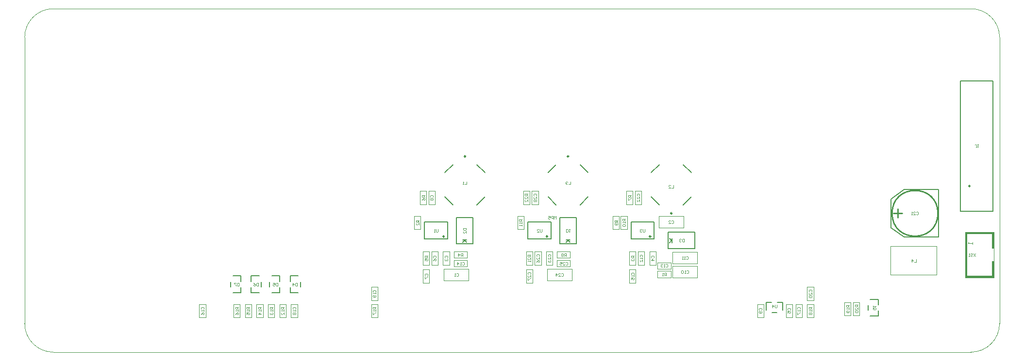
<source format=gbo>
G04*
G04 #@! TF.GenerationSoftware,Altium Limited,Altium Designer,23.4.1 (23)*
G04*
G04 Layer_Color=65280*
%FSLAX44Y44*%
%MOMM*%
G71*
G04*
G04 #@! TF.SameCoordinates,DBF187C1-C023-4FEC-B3DF-6A61137768AB*
G04*
G04*
G04 #@! TF.FilePolarity,Positive*
G04*
G01*
G75*
%ADD10C,0.2500*%
%ADD11C,0.1000*%
%ADD12C,0.0762*%
%ADD32C,0.2000*%
%ADD48C,0.2540*%
%ADD93C,0.1270*%
%ADD94C,0.1778*%
%ADD95C,0.2032*%
%ADD96C,0.0600*%
%ADD97C,0.1016*%
%ADD98C,0.1280*%
%ADD99C,0.1200*%
%ADD100R,0.3000X2.9750*%
%ADD101R,0.3000X2.9750*%
%ADD102R,5.0000X0.3000*%
%ADD103R,5.0000X0.3000*%
%ADD104R,0.3000X7.9500*%
D10*
X768750Y342000D02*
G03*
X768750Y342000I-1250J0D01*
G01*
X1128750Y242500D02*
G03*
X1128750Y242500I-1250J0D01*
G01*
X1648550Y290150D02*
G03*
X1648550Y290150I-1250J0D01*
G01*
X948750Y342000D02*
G03*
X948750Y342000I-1250J0D01*
G01*
D11*
X1510000Y135000D02*
X1590000D01*
X1510000D02*
Y185000D01*
X1590000D01*
Y135000D02*
Y185000D01*
X770890Y298114D02*
Y293116D01*
X767558D01*
X765892D02*
X764225D01*
X765059D01*
Y298114D01*
X765892Y297281D01*
X1131570Y291764D02*
Y286766D01*
X1128238D01*
X1123239D02*
X1126572D01*
X1123239Y290098D01*
Y290931D01*
X1124072Y291764D01*
X1125739D01*
X1126572Y290931D01*
X1311656Y82722D02*
Y78557D01*
X1310823Y77724D01*
X1309157D01*
X1308324Y78557D01*
Y82722D01*
X1304158Y77724D02*
Y82722D01*
X1306658Y80223D01*
X1303325D01*
X373126Y120772D02*
Y115774D01*
X370627D01*
X369794Y116607D01*
Y119939D01*
X370627Y120772D01*
X373126D01*
X368128D02*
X364795D01*
Y119939D01*
X368128Y116607D01*
Y115774D01*
X944198Y210042D02*
Y215040D01*
X946697D01*
X947530Y214207D01*
Y210875D01*
X946697Y210042D01*
X944198D01*
X949196Y215040D02*
X950863D01*
X950029D01*
Y210042D01*
X949196Y210875D01*
X1081562Y214957D02*
Y210792D01*
X1080729Y209959D01*
X1079063D01*
X1078230Y210792D01*
Y214957D01*
X1076564Y214124D02*
X1075731Y214957D01*
X1074065D01*
X1073232Y214124D01*
Y213291D01*
X1074065Y212458D01*
X1074898D01*
X1074065D01*
X1073232Y211625D01*
Y210792D01*
X1074065Y209959D01*
X1075731D01*
X1076564Y210792D01*
X1554450Y244195D02*
X1555283Y245028D01*
X1556949D01*
X1557782Y244195D01*
Y240863D01*
X1556949Y240030D01*
X1555283D01*
X1554450Y240863D01*
X1549451Y240030D02*
X1552784D01*
X1549451Y243362D01*
Y244195D01*
X1550284Y245028D01*
X1551951D01*
X1552784Y244195D01*
X1547785Y240030D02*
X1546119D01*
X1546952D01*
Y245028D01*
X1547785Y244195D01*
X1554226Y162478D02*
Y157480D01*
X1550894D01*
X1546729D02*
Y162478D01*
X1549228Y159979D01*
X1545895D01*
X1660030Y357542D02*
X1658364D01*
X1659197D01*
Y361707D01*
X1658364Y362540D01*
X1657531D01*
X1656698Y361707D01*
X1661696Y362540D02*
X1663362D01*
X1662529D01*
Y357542D01*
X1661696Y358375D01*
X926592Y232918D02*
Y237916D01*
X924926Y236250D01*
X923260Y237916D01*
Y232918D01*
X921594D02*
Y237916D01*
X919094D01*
X918261Y237083D01*
Y235417D01*
X919094Y234584D01*
X921594D01*
X913263Y237916D02*
X916595D01*
Y235417D01*
X914929Y236250D01*
X914096D01*
X913263Y235417D01*
Y233751D01*
X914096Y232918D01*
X915762D01*
X916595Y233751D01*
X1657858Y172384D02*
X1654526Y167386D01*
Y172384D02*
X1657858Y167386D01*
X1649527Y171551D02*
X1650361Y172384D01*
X1652027D01*
X1652860Y171551D01*
Y170718D01*
X1652027Y169885D01*
X1650361D01*
X1649527Y169052D01*
Y168219D01*
X1650361Y167386D01*
X1652027D01*
X1652860Y168219D01*
X1647861Y167386D02*
X1646195D01*
X1647028D01*
Y172384D01*
X1647861Y171551D01*
X935960Y136753D02*
X936793Y137586D01*
X938459D01*
X939292Y136753D01*
Y133421D01*
X938459Y132588D01*
X936793D01*
X935960Y133421D01*
X930961Y132588D02*
X934294D01*
X930961Y135920D01*
Y136753D01*
X931795Y137586D01*
X933461D01*
X934294Y136753D01*
X926796Y132588D02*
Y137586D01*
X929295Y135087D01*
X925963D01*
X412496Y78486D02*
X407498D01*
Y75987D01*
X408331Y75154D01*
X409997D01*
X410830Y75987D01*
Y78486D01*
Y76820D02*
X412496Y75154D01*
Y73488D02*
Y71821D01*
Y72655D01*
X407498D01*
X408331Y73488D01*
X412496Y66823D02*
X407498D01*
X409997Y69322D01*
Y65990D01*
X901563Y214958D02*
Y210792D01*
X900730Y209959D01*
X899064D01*
X898231Y210792D01*
Y214958D01*
X893233Y209959D02*
X896565D01*
X893233Y213291D01*
Y214125D01*
X894066Y214958D01*
X895732D01*
X896565Y214125D01*
X720802Y214958D02*
Y210793D01*
X719969Y209960D01*
X718303D01*
X717470Y210793D01*
Y214958D01*
X715804Y209960D02*
X714137D01*
X714971D01*
Y214958D01*
X715804Y214125D01*
X733451Y164816D02*
X732618Y165649D01*
Y167315D01*
X733451Y168148D01*
X736783D01*
X737616Y167315D01*
Y165649D01*
X736783Y164816D01*
X733451Y163150D02*
X732618Y162317D01*
Y160651D01*
X733451Y159817D01*
X734284D01*
X735117Y160651D01*
Y161483D01*
Y160651D01*
X735950Y159817D01*
X736783D01*
X737616Y160651D01*
Y162317D01*
X736783Y163150D01*
X1331367Y73122D02*
X1330534Y73955D01*
Y75621D01*
X1331367Y76454D01*
X1334699D01*
X1335532Y75621D01*
Y73955D01*
X1334699Y73122D01*
X1330534Y68123D02*
Y71456D01*
X1333033D01*
X1332200Y69790D01*
Y68956D01*
X1333033Y68123D01*
X1334699D01*
X1335532Y68956D01*
Y70623D01*
X1334699Y71456D01*
X752572Y136753D02*
X753405Y137586D01*
X755071D01*
X755904Y136753D01*
Y133421D01*
X755071Y132588D01*
X753405D01*
X752572Y133421D01*
X750906Y132588D02*
X749240D01*
X750073D01*
Y137586D01*
X750906Y136753D01*
X698399Y133574D02*
X697566Y134407D01*
Y136073D01*
X698399Y136906D01*
X701731D01*
X702564Y136073D01*
Y134407D01*
X701731Y133574D01*
X697566Y131908D02*
Y128575D01*
X698399D01*
X701731Y131908D01*
X702564D01*
X1093369Y164816D02*
X1092536Y165649D01*
Y167315D01*
X1093369Y168148D01*
X1096701D01*
X1097534Y167315D01*
Y165649D01*
X1096701Y164816D01*
X1097534Y160651D02*
X1092536D01*
X1095035Y163150D01*
Y159817D01*
X1281329Y73122D02*
X1280496Y73955D01*
Y75621D01*
X1281329Y76454D01*
X1284661D01*
X1285494Y75621D01*
Y73955D01*
X1284661Y73122D01*
Y71456D02*
X1285494Y70623D01*
Y68956D01*
X1284661Y68123D01*
X1281329D01*
X1280496Y68956D01*
Y70623D01*
X1281329Y71456D01*
X1282162D01*
X1282995Y70623D01*
Y68123D01*
X762732Y156565D02*
X763565Y157398D01*
X765231D01*
X766064Y156565D01*
Y153233D01*
X765231Y152400D01*
X763565D01*
X762732Y153233D01*
X761066Y152400D02*
X759399D01*
X760233D01*
Y157398D01*
X761066Y156565D01*
X754401Y152400D02*
Y157398D01*
X756900Y154899D01*
X753568D01*
X1073303Y166848D02*
X1072470Y167681D01*
Y169347D01*
X1073303Y170180D01*
X1076635D01*
X1077468Y169347D01*
Y167681D01*
X1076635Y166848D01*
X1077468Y165182D02*
Y163515D01*
Y164349D01*
X1072470D01*
X1073303Y165182D01*
X1077468Y157684D02*
Y161016D01*
X1074136Y157684D01*
X1073303D01*
X1072470Y158517D01*
Y160183D01*
X1073303Y161016D01*
X1058317Y135606D02*
X1057484Y136439D01*
Y138105D01*
X1058317Y138938D01*
X1061649D01*
X1062482Y138105D01*
Y136439D01*
X1061649Y135606D01*
X1062482Y133940D02*
Y132274D01*
Y133107D01*
X1057484D01*
X1058317Y133940D01*
X1057484Y126442D02*
Y129774D01*
X1059983D01*
X1059150Y128108D01*
Y127275D01*
X1059983Y126442D01*
X1061649D01*
X1062482Y127275D01*
Y128941D01*
X1061649Y129774D01*
X1118078Y152755D02*
X1118911Y153588D01*
X1120577D01*
X1121410Y152755D01*
Y149423D01*
X1120577Y148590D01*
X1118911D01*
X1118078Y149423D01*
X1116412Y148590D02*
X1114745D01*
X1115579D01*
Y153588D01*
X1116412Y152755D01*
X1112246D02*
X1111413Y153588D01*
X1109747D01*
X1108914Y152755D01*
Y151922D01*
X1109747Y151089D01*
X1110580D01*
X1109747D01*
X1108914Y150256D01*
Y149423D01*
X1109747Y148590D01*
X1111413D01*
X1112246Y149423D01*
X1154400Y141579D02*
X1155233Y142412D01*
X1156899D01*
X1157732Y141579D01*
Y138247D01*
X1156899Y137414D01*
X1155233D01*
X1154400Y138247D01*
X1152734Y137414D02*
X1151068D01*
X1151901D01*
Y142412D01*
X1152734Y141579D01*
X1148568D02*
X1147735Y142412D01*
X1146069D01*
X1145236Y141579D01*
Y138247D01*
X1146069Y137414D01*
X1147735D01*
X1148568Y138247D01*
Y141579D01*
X1128238Y229209D02*
X1129071Y230042D01*
X1130737D01*
X1131570Y229209D01*
Y225877D01*
X1130737Y225044D01*
X1129071D01*
X1128238Y225877D01*
X1123239Y225044D02*
X1126572D01*
X1123239Y228376D01*
Y229209D01*
X1124072Y230042D01*
X1125739D01*
X1126572Y229209D01*
X1153638Y166725D02*
X1154471Y167558D01*
X1156137D01*
X1156970Y166725D01*
Y163393D01*
X1156137Y162560D01*
X1154471D01*
X1153638Y163393D01*
X1151972Y162560D02*
X1150305D01*
X1151139D01*
Y167558D01*
X1151972Y166725D01*
X1147806Y162560D02*
X1146140D01*
X1146973D01*
Y167558D01*
X1147806Y166725D01*
X708305Y270480D02*
X707472Y271313D01*
Y272979D01*
X708305Y273812D01*
X711637D01*
X712470Y272979D01*
Y271313D01*
X711637Y270480D01*
X708305Y268814D02*
X707472Y267981D01*
Y266315D01*
X708305Y265481D01*
X709138D01*
X709971Y266315D01*
X710804Y265481D01*
X711637D01*
X712470Y266315D01*
Y267981D01*
X711637Y268814D01*
X710804D01*
X709971Y267981D01*
X709138Y268814D01*
X708305D01*
X709971Y267981D02*
Y266315D01*
X713385Y164816D02*
X712552Y165649D01*
Y167315D01*
X713385Y168148D01*
X716717D01*
X717550Y167315D01*
Y165649D01*
X716717Y164816D01*
X712552Y159817D02*
X713385Y161483D01*
X715051Y163150D01*
X716717D01*
X717550Y162317D01*
Y160651D01*
X716717Y159817D01*
X715884D01*
X715051Y160651D01*
Y163150D01*
X1149604Y197530D02*
Y192532D01*
X1147105D01*
X1146272Y193365D01*
Y196697D01*
X1147105Y197530D01*
X1149604D01*
X1144606Y196697D02*
X1143773Y197530D01*
X1142106D01*
X1141273Y196697D01*
Y195864D01*
X1142106Y195031D01*
X1142940D01*
X1142106D01*
X1141273Y194198D01*
Y193365D01*
X1142106Y192532D01*
X1143773D01*
X1144606Y193365D01*
X764876Y216662D02*
X769874D01*
Y214163D01*
X769041Y213330D01*
X765709D01*
X764876Y214163D01*
Y216662D01*
X769874Y208331D02*
Y211664D01*
X766542Y208331D01*
X765709D01*
X764876Y209165D01*
Y210831D01*
X765709Y211664D01*
X951738Y298114D02*
Y293116D01*
X948406D01*
X946740Y297281D02*
X945907Y298114D01*
X944240D01*
X943407Y297281D01*
Y296448D01*
X944240Y295615D01*
X945073D01*
X944240D01*
X943407Y294782D01*
Y293949D01*
X944240Y293116D01*
X945907D01*
X946740Y293949D01*
X764032Y167386D02*
Y172384D01*
X761533D01*
X760700Y171551D01*
Y169885D01*
X761533Y169052D01*
X764032D01*
X762366D02*
X760700Y167386D01*
X756535D02*
Y172384D01*
X759034Y169885D01*
X755701D01*
X697484Y273812D02*
X692486D01*
Y271313D01*
X693319Y270480D01*
X694985D01*
X695818Y271313D01*
Y273812D01*
Y272146D02*
X697484Y270480D01*
X692486Y265481D02*
X693319Y267148D01*
X694985Y268814D01*
X696651D01*
X697484Y267981D01*
Y266315D01*
X696651Y265481D01*
X695818D01*
X694985Y266315D01*
Y268814D01*
X943864Y167386D02*
Y172384D01*
X941365D01*
X940532Y171551D01*
Y169885D01*
X941365Y169052D01*
X943864D01*
X942198D02*
X940532Y167386D01*
X938866Y171551D02*
X938033Y172384D01*
X936367D01*
X935533Y171551D01*
Y170718D01*
X936367Y169885D01*
X935533Y169052D01*
Y168219D01*
X936367Y167386D01*
X938033D01*
X938866Y168219D01*
Y169052D01*
X938033Y169885D01*
X938866Y170718D01*
Y171551D01*
X938033Y169885D02*
X936367D01*
X867410Y231648D02*
X862412D01*
Y229149D01*
X863245Y228316D01*
X864911D01*
X865744Y229149D01*
Y231648D01*
Y229982D02*
X867410Y228316D01*
Y226650D02*
Y224984D01*
Y225817D01*
X862412D01*
X863245Y226650D01*
X867410Y222484D02*
Y220818D01*
Y221651D01*
X862412D01*
X863245Y222484D01*
X1062482Y168148D02*
X1057484D01*
Y165649D01*
X1058317Y164816D01*
X1059983D01*
X1060816Y165649D01*
Y168148D01*
Y166482D02*
X1062482Y164816D01*
X1058317Y163150D02*
X1057484Y162317D01*
Y160651D01*
X1058317Y159817D01*
X1059150D01*
X1059983Y160651D01*
Y161483D01*
Y160651D01*
X1060816Y159817D01*
X1061649D01*
X1062482Y160651D01*
Y162317D01*
X1061649Y163150D01*
X1033526Y230378D02*
X1028528D01*
Y227879D01*
X1029361Y227046D01*
X1031027D01*
X1031860Y227879D01*
Y230378D01*
Y228712D02*
X1033526Y227046D01*
X1032693Y225380D02*
X1033526Y224547D01*
Y222880D01*
X1032693Y222047D01*
X1029361D01*
X1028528Y222880D01*
Y224547D01*
X1029361Y225380D01*
X1030194D01*
X1031027Y224547D01*
Y222047D01*
X687578Y230378D02*
X682580D01*
Y227879D01*
X683413Y227046D01*
X685079D01*
X685912Y227879D01*
Y230378D01*
Y228712D02*
X687578Y227046D01*
Y222047D02*
Y225380D01*
X684246Y222047D01*
X683413D01*
X682580Y222880D01*
Y224547D01*
X683413Y225380D01*
X1047496Y232410D02*
X1042498D01*
Y229911D01*
X1043331Y229078D01*
X1044997D01*
X1045830Y229911D01*
Y232410D01*
Y230744D02*
X1047496Y229078D01*
Y227412D02*
Y225746D01*
Y226579D01*
X1042498D01*
X1043331Y227412D01*
Y223246D02*
X1042498Y222413D01*
Y220747D01*
X1043331Y219914D01*
X1046663D01*
X1047496Y220747D01*
Y222413D01*
X1046663Y223246D01*
X1043331D01*
X372618Y78486D02*
X367620D01*
Y75987D01*
X368453Y75154D01*
X370119D01*
X370952Y75987D01*
Y78486D01*
Y76820D02*
X372618Y75154D01*
Y73488D02*
Y71821D01*
Y72655D01*
X367620D01*
X368453Y73488D01*
X367620Y65990D02*
X368453Y67656D01*
X370119Y69322D01*
X371785D01*
X372618Y68489D01*
Y66823D01*
X371785Y65990D01*
X370952D01*
X370119Y66823D01*
Y69322D01*
X1118616Y133604D02*
Y138602D01*
X1116117D01*
X1115284Y137769D01*
Y136103D01*
X1116117Y135270D01*
X1118616D01*
X1116950D02*
X1115284Y133604D01*
X1113618D02*
X1111952D01*
X1112785D01*
Y138602D01*
X1113618Y137769D01*
X1057402Y273812D02*
X1052404D01*
Y271313D01*
X1053237Y270480D01*
X1054903D01*
X1055736Y271313D01*
Y273812D01*
Y272146D02*
X1057402Y270480D01*
X1052404Y268814D02*
Y265481D01*
X1053237D01*
X1056569Y268814D01*
X1057402D01*
X702564Y168148D02*
X697566D01*
Y165649D01*
X698399Y164816D01*
X700065D01*
X700898Y165649D01*
Y168148D01*
Y166482D02*
X702564Y164816D01*
X697566Y159817D02*
Y163150D01*
X700065D01*
X699232Y161483D01*
Y160651D01*
X700065Y159817D01*
X701731D01*
X702564Y160651D01*
Y162317D01*
X701731Y163150D01*
X308255Y75154D02*
X307422Y75987D01*
Y77653D01*
X308255Y78486D01*
X311587D01*
X312420Y77653D01*
Y75987D01*
X311587Y75154D01*
X312420Y73488D02*
Y71821D01*
Y72655D01*
X307422D01*
X308255Y73488D01*
X307422Y65990D02*
X308255Y67656D01*
X309921Y69322D01*
X311587D01*
X312420Y68489D01*
Y66823D01*
X311587Y65990D01*
X310754D01*
X309921Y66823D01*
Y69322D01*
X1348385Y75154D02*
X1347552Y75987D01*
Y77653D01*
X1348385Y78486D01*
X1351717D01*
X1352550Y77653D01*
Y75987D01*
X1351717Y75154D01*
X1352550Y73488D02*
Y71821D01*
Y72655D01*
X1347552D01*
X1348385Y73488D01*
X1347552Y69322D02*
Y65990D01*
X1348385D01*
X1351717Y69322D01*
X1352550D01*
X468275Y75154D02*
X467442Y75987D01*
Y77653D01*
X468275Y78486D01*
X471607D01*
X472440Y77653D01*
Y75987D01*
X471607Y75154D01*
X472440Y73488D02*
Y71821D01*
Y72655D01*
X467442D01*
X468275Y73488D01*
Y69322D02*
X467442Y68489D01*
Y66823D01*
X468275Y65990D01*
X469108D01*
X469941Y66823D01*
X470774Y65990D01*
X471607D01*
X472440Y66823D01*
Y68489D01*
X471607Y69322D01*
X470774D01*
X469941Y68489D01*
X469108Y69322D01*
X468275D01*
X469941Y68489D02*
Y66823D01*
X608229Y105126D02*
X607396Y105959D01*
Y107625D01*
X608229Y108458D01*
X611561D01*
X612394Y107625D01*
Y105959D01*
X611561Y105126D01*
X612394Y103460D02*
Y101793D01*
Y102627D01*
X607396D01*
X608229Y103460D01*
X611561Y99294D02*
X612394Y98461D01*
Y96795D01*
X611561Y95962D01*
X608229D01*
X607396Y96795D01*
Y98461D01*
X608229Y99294D01*
X609062D01*
X609895Y98461D01*
Y95962D01*
X1368451Y105634D02*
X1367618Y106467D01*
Y108133D01*
X1368451Y108966D01*
X1371783D01*
X1372616Y108133D01*
Y106467D01*
X1371783Y105634D01*
X1372616Y100635D02*
Y103968D01*
X1369284Y100635D01*
X1368451D01*
X1367618Y101468D01*
Y103135D01*
X1368451Y103968D01*
Y98969D02*
X1367618Y98136D01*
Y96470D01*
X1368451Y95637D01*
X1371783D01*
X1372616Y96470D01*
Y98136D01*
X1371783Y98969D01*
X1368451D01*
X475234Y120822D02*
Y115824D01*
X472735D01*
X471902Y116657D01*
Y119989D01*
X472735Y120822D01*
X475234D01*
X467737Y115824D02*
Y120822D01*
X470236Y118323D01*
X466903D01*
X441198Y120772D02*
Y115774D01*
X438699D01*
X437866Y116607D01*
Y119939D01*
X438699Y120772D01*
X441198D01*
X432867D02*
X436200D01*
Y118273D01*
X434534Y119106D01*
X433700D01*
X432867Y118273D01*
Y116607D01*
X433700Y115774D01*
X435367D01*
X436200Y116607D01*
X407162Y120822D02*
Y115824D01*
X404663D01*
X403830Y116657D01*
Y119989D01*
X404663Y120822D01*
X407162D01*
X398831D02*
X400498Y119989D01*
X402164Y118323D01*
Y116657D01*
X401331Y115824D01*
X399664D01*
X398831Y116657D01*
Y117490D01*
X399664Y118323D01*
X402164D01*
X1479817Y77530D02*
X1483149D01*
X1483982Y76697D01*
Y75031D01*
X1483149Y74198D01*
X1479817D01*
X1478984Y75031D01*
Y76697D01*
X1480650Y75864D02*
X1478984Y77530D01*
Y76697D02*
X1479817Y77530D01*
X1478984Y79196D02*
Y80862D01*
Y80029D01*
X1483982D01*
X1483149Y79196D01*
X452374Y78486D02*
X447376D01*
Y75987D01*
X448209Y75154D01*
X449875D01*
X450708Y75987D01*
Y78486D01*
Y76820D02*
X452374Y75154D01*
Y73488D02*
Y71821D01*
Y72655D01*
X447376D01*
X448209Y73488D01*
X452374Y65990D02*
Y69322D01*
X449042Y65990D01*
X448209D01*
X447376Y66823D01*
Y68489D01*
X448209Y69322D01*
X392430Y78486D02*
X387432D01*
Y75987D01*
X388265Y75154D01*
X389931D01*
X390764Y75987D01*
Y78486D01*
Y76820D02*
X392430Y75154D01*
Y73488D02*
Y71821D01*
Y72655D01*
X387432D01*
X388265Y73488D01*
X387432Y65990D02*
Y69322D01*
X389931D01*
X389098Y67656D01*
Y66823D01*
X389931Y65990D01*
X391597D01*
X392430Y66823D01*
Y68489D01*
X391597Y69322D01*
X612394Y78486D02*
X607396D01*
Y75987D01*
X608229Y75154D01*
X609895D01*
X610728Y75987D01*
Y78486D01*
Y76820D02*
X612394Y75154D01*
Y73488D02*
Y71821D01*
Y72655D01*
X607396D01*
X608229Y73488D01*
X607396Y69322D02*
Y65990D01*
X608229D01*
X611561Y69322D01*
X612394D01*
X1372616Y78486D02*
X1367618D01*
Y75987D01*
X1368451Y75154D01*
X1370117D01*
X1370950Y75987D01*
Y78486D01*
Y76820D02*
X1372616Y75154D01*
Y73488D02*
Y71821D01*
Y72655D01*
X1367618D01*
X1368451Y73488D01*
Y69322D02*
X1367618Y68489D01*
Y66823D01*
X1368451Y65990D01*
X1369284D01*
X1370117Y66823D01*
X1370950Y65990D01*
X1371783D01*
X1372616Y66823D01*
Y68489D01*
X1371783Y69322D01*
X1370950D01*
X1370117Y68489D01*
X1369284Y69322D01*
X1368451D01*
X1370117Y68489D02*
Y66823D01*
X1437386Y82042D02*
X1432388D01*
Y79543D01*
X1433221Y78710D01*
X1434887D01*
X1435720Y79543D01*
Y82042D01*
Y80376D02*
X1437386Y78710D01*
Y77044D02*
Y75377D01*
Y76211D01*
X1432388D01*
X1433221Y77044D01*
X1436553Y72878D02*
X1437386Y72045D01*
Y70379D01*
X1436553Y69546D01*
X1433221D01*
X1432388Y70379D01*
Y72045D01*
X1433221Y72878D01*
X1434054D01*
X1434887Y72045D01*
Y69546D01*
X1452626Y82296D02*
X1447628D01*
Y79797D01*
X1448461Y78964D01*
X1450127D01*
X1450960Y79797D01*
Y82296D01*
Y80630D02*
X1452626Y78964D01*
Y73965D02*
Y77298D01*
X1449294Y73965D01*
X1448461D01*
X1447628Y74798D01*
Y76465D01*
X1448461Y77298D01*
Y72299D02*
X1447628Y71466D01*
Y69800D01*
X1448461Y68967D01*
X1451793D01*
X1452626Y69800D01*
Y71466D01*
X1451793Y72299D01*
X1448461D01*
X1068223Y273020D02*
X1067390Y273853D01*
Y275519D01*
X1068223Y276352D01*
X1071555D01*
X1072388Y275519D01*
Y273853D01*
X1071555Y273020D01*
X1072388Y268021D02*
Y271354D01*
X1069056Y268021D01*
X1068223D01*
X1067390Y268855D01*
Y270521D01*
X1068223Y271354D01*
X1072388Y263023D02*
Y266355D01*
X1069056Y263023D01*
X1068223D01*
X1067390Y263856D01*
Y265522D01*
X1068223Y266355D01*
X913283Y167356D02*
X912450Y168189D01*
Y169855D01*
X913283Y170688D01*
X916615D01*
X917448Y169855D01*
Y168189D01*
X916615Y167356D01*
X917448Y162357D02*
Y165690D01*
X914116Y162357D01*
X913283D01*
X912450Y163190D01*
Y164857D01*
X913283Y165690D01*
Y160691D02*
X912450Y159858D01*
Y158192D01*
X913283Y157359D01*
X914116D01*
X914949Y158192D01*
Y159025D01*
Y158192D01*
X915782Y157359D01*
X916615D01*
X917448Y158192D01*
Y159858D01*
X916615Y160691D01*
X943072Y156565D02*
X943905Y157398D01*
X945571D01*
X946404Y156565D01*
Y153233D01*
X945571Y152400D01*
X943905D01*
X943072Y153233D01*
X938073Y152400D02*
X941406D01*
X938073Y155732D01*
Y156565D01*
X938906Y157398D01*
X940573D01*
X941406Y156565D01*
X933075Y157398D02*
X936407D01*
Y154899D01*
X934741Y155732D01*
X933908D01*
X933075Y154899D01*
Y153233D01*
X933908Y152400D01*
X935574D01*
X936407Y153233D01*
X893217Y167356D02*
X892384Y168189D01*
Y169855D01*
X893217Y170688D01*
X896549D01*
X897382Y169855D01*
Y168189D01*
X896549Y167356D01*
X897382Y162357D02*
Y165690D01*
X894050Y162357D01*
X893217D01*
X892384Y163190D01*
Y164857D01*
X893217Y165690D01*
X892384Y157359D02*
X893217Y159025D01*
X894883Y160691D01*
X896549D01*
X897382Y159858D01*
Y158192D01*
X896549Y157359D01*
X895716D01*
X894883Y158192D01*
Y160691D01*
X878231Y136114D02*
X877398Y136947D01*
Y138613D01*
X878231Y139446D01*
X881563D01*
X882396Y138613D01*
Y136947D01*
X881563Y136114D01*
X882396Y131115D02*
Y134448D01*
X879064Y131115D01*
X878231D01*
X877398Y131948D01*
Y133615D01*
X878231Y134448D01*
X877398Y129449D02*
Y126117D01*
X878231D01*
X881563Y129449D01*
X882396D01*
X888391Y273020D02*
X887558Y273853D01*
Y275519D01*
X888391Y276352D01*
X891723D01*
X892556Y275519D01*
Y273853D01*
X891723Y273020D01*
X892556Y268021D02*
Y271354D01*
X889224Y268021D01*
X888391D01*
X887558Y268855D01*
Y270521D01*
X888391Y271354D01*
Y266355D02*
X887558Y265522D01*
Y263856D01*
X888391Y263023D01*
X889224D01*
X890057Y263856D01*
X890890Y263023D01*
X891723D01*
X892556Y263856D01*
Y265522D01*
X891723Y266355D01*
X890890D01*
X890057Y265522D01*
X889224Y266355D01*
X888391D01*
X890057Y265522D02*
Y263856D01*
X882396Y169672D02*
X877398D01*
Y167173D01*
X878231Y166340D01*
X879897D01*
X880730Y167173D01*
Y169672D01*
Y168006D02*
X882396Y166340D01*
Y161341D02*
Y164674D01*
X879064Y161341D01*
X878231D01*
X877398Y162174D01*
Y163841D01*
X878231Y164674D01*
X882396Y159675D02*
Y158009D01*
Y158842D01*
X877398D01*
X878231Y159675D01*
X877570Y276352D02*
X872572D01*
Y273853D01*
X873405Y273020D01*
X875071D01*
X875904Y273853D01*
Y276352D01*
Y274686D02*
X877570Y273020D01*
Y268021D02*
Y271354D01*
X874238Y268021D01*
X873405D01*
X872572Y268855D01*
Y270521D01*
X873405Y271354D01*
X877570Y263023D02*
Y266355D01*
X874238Y263023D01*
X873405D01*
X872572Y263856D01*
Y265522D01*
X873405Y266355D01*
X432562Y78486D02*
X427564D01*
Y75987D01*
X428397Y75154D01*
X430063D01*
X430896Y75987D01*
Y78486D01*
Y76820D02*
X432562Y75154D01*
Y73488D02*
Y71821D01*
Y72655D01*
X427564D01*
X428397Y73488D01*
Y69322D02*
X427564Y68489D01*
Y66823D01*
X428397Y65990D01*
X429230D01*
X430063Y66823D01*
Y67656D01*
Y66823D01*
X430896Y65990D01*
X431729D01*
X432562Y66823D01*
Y68489D01*
X431729Y69322D01*
X0Y50000D02*
G03*
X50000Y-0I50000J0D01*
G01*
X1650000Y-0D02*
G03*
X1700000Y50000I0J50000D01*
G01*
Y550000D02*
G03*
X1650000Y600000I-50000J0D01*
G01*
X50000D02*
G03*
X0Y550000I0J-50000D01*
G01*
X50000Y-0D02*
X1650000D01*
X1700000Y50000D02*
Y550000D01*
X50000Y600000D02*
X1650000D01*
X0Y50000D02*
Y550000D01*
D12*
X404412Y83810D02*
X404412Y60696D01*
X415588Y60696D01*
X415588Y83810D02*
X415588Y60696D01*
X404412Y83810D02*
X415588Y83810D01*
X729412Y175461D02*
X729412Y152347D01*
X740588Y152347D01*
X740588Y175461D02*
X740588Y152347D01*
X729412Y175461D02*
X740588Y175461D01*
X1327412Y83810D02*
X1327412Y60696D01*
X1338588Y60696D01*
X1338588Y83810D02*
X1338588Y60696D01*
X1327412Y83810D02*
X1338588Y83810D01*
X705588Y144304D02*
X705588Y121190D01*
X694412Y144304D02*
X705588Y144304D01*
X694412Y144304D02*
X694412Y121190D01*
X705588Y121190D01*
X1089412Y175461D02*
X1089412Y152347D01*
X1100588Y152347D01*
X1100588Y175461D02*
X1100588Y152347D01*
X1089412Y175461D02*
X1100588Y175461D01*
X1277412Y83810D02*
X1277412Y60696D01*
X1288588Y60696D01*
X1288588Y83810D02*
X1288588Y60696D01*
X1277412Y83810D02*
X1288588Y83810D01*
X748196Y149412D02*
X771310Y149412D01*
X771310Y160588D01*
X748196Y160588D02*
X771310Y160588D01*
X748196Y149412D02*
X748196Y160588D01*
X1080588Y175461D02*
X1080588Y152347D01*
X1069412Y175461D02*
X1080588Y175461D01*
X1069412Y175461D02*
X1069412Y152347D01*
X1080588Y152347D01*
X1065588Y144304D02*
X1065588Y121190D01*
X1054412Y144304D02*
X1065588Y144304D01*
X1054412Y144304D02*
X1054412Y121190D01*
X1065588Y121190D01*
X1103696Y145412D02*
X1126810Y145412D01*
X1126810Y156588D01*
X1103696Y156588D02*
X1126810Y156588D01*
X1103696Y145412D02*
X1103696Y156588D01*
X704412Y281310D02*
X704412Y258196D01*
X715588Y258196D01*
X715588Y281310D02*
X715588Y258196D01*
X704412Y281310D02*
X715588Y281310D01*
X720588Y175461D02*
X720588Y152347D01*
X709412Y175461D02*
X720588Y175461D01*
X709412Y175461D02*
X709412Y152347D01*
X720588Y152347D01*
X748196Y164412D02*
X771310Y164412D01*
X771310Y175588D01*
X748196Y175588D02*
X771310Y175588D01*
X748196Y164412D02*
X748196Y175588D01*
X689412Y281310D02*
X689412Y258196D01*
X700588Y258196D01*
X700588Y281310D02*
X700588Y258196D01*
X689412Y281310D02*
X700588Y281310D01*
X928196Y164412D02*
X951310Y164412D01*
X951310Y175588D01*
X928196Y175588D02*
X951310Y175588D01*
X928196Y164412D02*
X928196Y175588D01*
X870588Y237810D02*
X870588Y214696D01*
X859412Y237810D02*
X870588Y237810D01*
X859412Y237810D02*
X859412Y214696D01*
X870588Y214696D01*
X1065588Y175461D02*
X1065588Y152347D01*
X1054412Y175461D02*
X1065588Y175461D01*
X1054412Y175461D02*
X1054412Y152347D01*
X1065588Y152347D01*
X1025412Y237810D02*
X1025412Y214696D01*
X1036588Y214696D01*
X1036588Y237810D02*
X1036588Y214696D01*
X1025412Y237810D02*
X1036588Y237810D01*
X690588D02*
X690588Y214696D01*
X679412Y237810D02*
X690588Y237810D01*
X679412Y237810D02*
X679412Y214696D01*
X690588Y214696D01*
X1050588Y237810D02*
X1050588Y214696D01*
X1039412Y237810D02*
X1050588Y237810D01*
X1039412Y237810D02*
X1039412Y214696D01*
X1050588Y214696D01*
X364412Y83810D02*
X364412Y60696D01*
X375588Y60696D01*
X375588Y83810D02*
X375588Y60696D01*
X364412Y83810D02*
X375588Y83810D01*
X1103696Y130412D02*
X1126810Y130412D01*
X1126810Y141588D01*
X1103696Y141588D02*
X1126810Y141588D01*
X1103696Y130412D02*
X1103696Y141588D01*
X1049412Y281310D02*
X1049412Y258196D01*
X1060588Y258196D01*
X1060588Y281310D02*
X1060588Y258196D01*
X1049412Y281310D02*
X1060588Y281310D01*
X705588Y175461D02*
X705588Y152347D01*
X694412Y175461D02*
X705588Y175461D01*
X694412Y175461D02*
X694412Y152347D01*
X705588Y152347D01*
X304412Y83810D02*
X304412Y60696D01*
X315588Y60696D01*
X315588Y83810D02*
X315588Y60696D01*
X304412Y83810D02*
X315588Y83810D01*
X1344412Y83810D02*
X1344412Y60696D01*
X1355588Y60696D01*
X1355588Y83810D02*
X1355588Y60696D01*
X1344412Y83810D02*
X1355588Y83810D01*
X464412Y83810D02*
X464412Y60696D01*
X475588Y60696D01*
X475588Y83810D02*
X475588Y60696D01*
X464412Y83810D02*
X475588Y83810D01*
X604412Y113810D02*
X604412Y90696D01*
X615588Y90696D01*
X615588Y113810D02*
X615588Y90696D01*
X604412Y113810D02*
X615588Y113810D01*
X1364412Y113810D02*
X1364412Y90696D01*
X1375588Y90696D01*
X1375588Y113810D02*
X1375588Y90696D01*
X1364412Y113810D02*
X1375588Y113810D01*
X444412Y83810D02*
X444412Y60696D01*
X455588Y60696D01*
X455588Y83810D02*
X455588Y60696D01*
X444412Y83810D02*
X455588Y83810D01*
X395588Y83810D02*
X395588Y60696D01*
X384412Y83810D02*
X395588Y83810D01*
X384412Y83810D02*
X384412Y60696D01*
X395588Y60696D01*
X604412Y83810D02*
X604412Y60696D01*
X615588Y60696D01*
X615588Y83810D02*
X615588Y60696D01*
X604412Y83810D02*
X615588Y83810D01*
X1364412Y83810D02*
X1364412Y60696D01*
X1375588Y60696D01*
X1375588Y83810D02*
X1375588Y60696D01*
X1364412Y83810D02*
X1375588Y83810D01*
X1440588Y87304D02*
X1440588Y64190D01*
X1429412Y87304D02*
X1440588Y87304D01*
X1429412Y87304D02*
X1429412Y64190D01*
X1440588Y64190D01*
X1455588Y87304D02*
X1455588Y64190D01*
X1444412Y87304D02*
X1455588Y87304D01*
X1444412Y87304D02*
X1444412Y64190D01*
X1455588Y64190D01*
X1064412Y281310D02*
X1064412Y258196D01*
X1075588Y258196D01*
X1075588Y281310D02*
X1075588Y258196D01*
X1064412Y281310D02*
X1075588Y281310D01*
X909412Y175461D02*
X909412Y152347D01*
X920588Y152347D01*
X920588Y175461D02*
X920588Y152347D01*
X909412Y175461D02*
X920588Y175461D01*
X928196Y149412D02*
X951310Y149412D01*
X951310Y160588D01*
X928196Y160588D02*
X951310Y160588D01*
X928196Y149412D02*
X928196Y160588D01*
X900588Y175461D02*
X900588Y152347D01*
X889412Y175461D02*
X900588Y175461D01*
X889412Y175461D02*
X889412Y152347D01*
X900588Y152347D01*
X885588Y144304D02*
X885588Y121190D01*
X874412Y144304D02*
X885588Y144304D01*
X874412Y144304D02*
X874412Y121190D01*
X885588Y121190D01*
X884412Y281310D02*
X884412Y258196D01*
X895588Y258196D01*
X895588Y281310D02*
X895588Y258196D01*
X884412Y281310D02*
X895588Y281310D01*
X885588Y175461D02*
X885588Y152347D01*
X874412Y175461D02*
X885588Y175461D01*
X874412Y175461D02*
X874412Y152347D01*
X885588Y152347D01*
X869412Y281310D02*
X869412Y258196D01*
X880588Y258196D01*
X880588Y281310D02*
X880588Y258196D01*
X869412Y281310D02*
X880588Y281310D01*
X435588Y83810D02*
X435588Y60696D01*
X424412Y83810D02*
X435588Y83810D01*
X424412Y83810D02*
X424412Y60696D01*
X435588Y60696D01*
D32*
X732500Y313500D02*
X746500Y327500D01*
X732500Y271500D02*
X746500Y257500D01*
X788500D02*
X802500Y271500D01*
X788500Y327500D02*
X802500Y313500D01*
X1148500Y257500D02*
X1162500Y271500D01*
X1148500Y327500D02*
X1162500Y313500D01*
X1092500D02*
X1106500Y327500D01*
X1092500Y271500D02*
X1106500Y257500D01*
X1632000Y245850D02*
Y474150D01*
Y245850D02*
X1688000D01*
Y474150D01*
X1632000D02*
X1688000D01*
X912500Y313500D02*
X926500Y327500D01*
X912500Y271500D02*
X926500Y257500D01*
X968500D02*
X982500Y271500D01*
X968500Y327500D02*
X982500Y313500D01*
D48*
X1091809Y202113D02*
G03*
X1091809Y202113I-1262J0D01*
G01*
X1592500Y242500D02*
G03*
X1592500Y242500I-40000J0D01*
G01*
X911810Y202113D02*
G03*
X911810Y202113I-1262J0D01*
G01*
X731811Y202114D02*
G03*
X731811Y202114I-1262J0D01*
G01*
X1514760Y242800D02*
X1530000Y242800D01*
X1522380Y250420D02*
X1522380Y235180D01*
D93*
X1293000Y73334D02*
Y87304D01*
X1322000Y73334D02*
Y87304D01*
X1292977D02*
X1302121D01*
X1303136Y69524D02*
X1311772D01*
X1312789Y87304D02*
X1322000D01*
X363080Y133080D02*
X377050D01*
X363080Y103616D02*
X377050D01*
Y123682D02*
Y132826D01*
X359270Y114030D02*
Y122666D01*
X377050Y103616D02*
Y113014D01*
X933000Y189500D02*
X962000Y189500D01*
X933000Y235500D02*
X962000Y235500D01*
X933000Y189500D02*
Y235500D01*
X962000Y189500D02*
Y235500D01*
X1122350Y209500D02*
X1122350Y180500D01*
X1168350Y209500D02*
X1168350Y180500D01*
X1122350Y209500D02*
X1168350D01*
X1122350Y180500D02*
X1168350D01*
X753000Y189500D02*
X782000Y189500D01*
X753000Y235500D02*
X782000Y235500D01*
X753000Y189500D02*
Y235500D01*
X782000Y189500D02*
Y235500D01*
X462950Y103616D02*
X476920D01*
X462950Y133080D02*
X476920D01*
X462950Y103870D02*
Y113014D01*
X480730Y114030D02*
Y122666D01*
X462950Y123682D02*
Y133080D01*
X431080Y133080D02*
X445050D01*
X431080Y103616D02*
X445050D01*
Y123682D02*
Y132826D01*
X427270Y114030D02*
Y122666D01*
X445050Y103616D02*
Y113014D01*
X394950Y103616D02*
X408920D01*
X394950Y133080D02*
X408920D01*
X394950Y103870D02*
Y113014D01*
X412730Y114030D02*
Y122666D01*
X394950Y123682D02*
Y133080D01*
X1474523Y92000D02*
X1488493D01*
X1474523Y63000D02*
X1488493D01*
Y82879D02*
Y92023D01*
X1470713Y73228D02*
Y81863D01*
X1488493Y63000D02*
Y72211D01*
D94*
X1097698Y197499D02*
Y227499D01*
X1057298Y197499D02*
X1097698D01*
X1057298D02*
Y227499D01*
X1097698D01*
X917699Y197499D02*
Y227499D01*
X877299Y197499D02*
X917699D01*
X877299D02*
Y227499D01*
X917699D01*
X737700Y197500D02*
Y227500D01*
X697300Y197500D02*
X737700D01*
X697300D02*
Y227500D01*
X737700D01*
D95*
X1510500Y217500D02*
X1533500Y201000D01*
X1510500Y217500D02*
Y267500D01*
X1533500Y284000D01*
X1593500Y201000D02*
Y284000D01*
X1533500Y201000D02*
X1593500Y201000D01*
X1533500Y284000D02*
X1593500Y284000D01*
D96*
X1690000Y130250D02*
Y209750D01*
X1640000Y130250D02*
X1690000D01*
X1640000Y209750D02*
X1690000D01*
X1640000Y130250D02*
Y209750D01*
D97*
X954104Y124840D02*
X954104Y145160D01*
X910924Y145160D02*
X954104Y145160D01*
X910924Y124840D02*
X954104Y124840D01*
X910924Y124840D02*
X910924Y145160D01*
X774104Y124840D02*
X774104Y145160D01*
X730924Y145160D02*
X774104Y145160D01*
X730924Y124840D02*
X774104Y124840D01*
X730924Y124840D02*
X730924Y145160D01*
X1129955Y129840D02*
X1129955Y150160D01*
X1129955Y129840D02*
X1173135Y129840D01*
X1129955Y150160D02*
X1173135Y150160D01*
X1173135Y129840D02*
X1173135Y150160D01*
X1149090Y217340D02*
X1149090Y237660D01*
X1105910Y237660D02*
X1149090Y237660D01*
X1105910Y217340D02*
X1149090Y217340D01*
X1105910Y217340D02*
X1105910Y237660D01*
X1129955Y154840D02*
X1129955Y175160D01*
X1129955Y154840D02*
X1173135Y154840D01*
X1129955Y175160D02*
X1173135Y175160D01*
X1173135Y154840D02*
X1173135Y175160D01*
D98*
X944028Y196158D02*
X951026D01*
X948693D01*
X944028Y191493D01*
X947527Y194992D01*
X951026Y191493D01*
X1129008Y198472D02*
Y191474D01*
Y193807D01*
X1124342Y198472D01*
X1127841Y194973D01*
X1124342Y191474D01*
X764028Y196158D02*
X771026D01*
X768693D01*
X764028Y191493D01*
X767527Y194992D01*
X771026Y191493D01*
D99*
X1653000Y191500D02*
Y188834D01*
Y190167D01*
X1645003D01*
X1646335Y191500D01*
D100*
X1688750Y144877D02*
D03*
D101*
X1688750Y194873D02*
D03*
D102*
X1665000Y208247D02*
D03*
D103*
Y131753D02*
D03*
D104*
X1641500Y170000D02*
D03*
M02*

</source>
